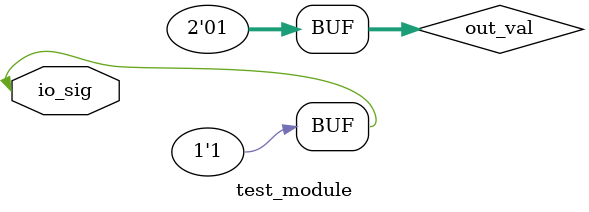
<source format=sv>
module test_module (inout logic io_sig);
  logic [1:0] out_val;
  
  always_comb begin
    out_val = 2'b01;
  end
  
  assign io_sig = (out_val[0]) ? 1'b1 : 1'bz;
endmodule
</source>
